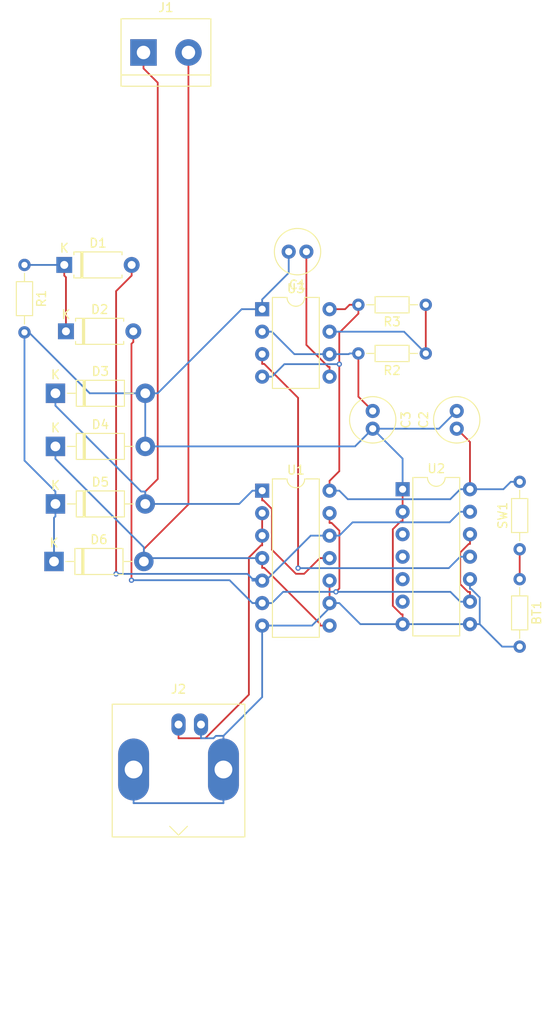
<source format=kicad_pcb>
(kicad_pcb (version 20240108) (generator "pcbnew") (generator_version "8.0")
  (layers (0 "F.Cu" signal) (31 "B.Cu" signal) (34 "B.Paste" user) (35 "F.Paste" user) (36 "B.SilkS" user "B.Silkscreen") (37 "F.SilkS" user "F.Silkscreen") (38 "B.Mask" user) (39 "F.Mask" user) (44 "Edge.Cuts" user))
  (net 0 "")
  (net 1 "Net-(BT1-+)")
  (net 2 "GNDREF")
  (net 3 "Net-(U3-CV)")
  (net 4 "VDD")
  (net 5 "Net-(U3-THR)")
  (net 6 "Net-(D1-A)")
  (net 7 "Net-(D1-K)")
  (net 8 "Net-(D2-A)")
  (net 9 "Net-(J2-In)")
  (net 10 "Net-(U3-DIS)")
  (net 13 "Net-(U2B-Cp)")
  (net 16 "Net-(D3-K)")
  (net 17 "Net-(D4-K)")
  (footprint "Diode_THT:D_A-405_P7.62mm_Horizontal" (layer "F.Cu") (at 57.5 53)
    (property "Reference" "D1" (at 3.81 -2.47 0) (layer "F.SilkS"))
    (property "Value" "LED")
    (fp_line (start 1.09 -1.47) (end 6.53 -1.47) (stroke (width 0.12)) (layer "F.SilkS"))
    (fp_line (start 1.09 -1.14) (end 1.09 -1.47) (stroke (width 0.12)) (layer "F.SilkS"))
    (fp_line (start 1.09 1.14) (end 1.09 1.47) (stroke (width 0.12)) (layer "F.SilkS"))
    (fp_line (start 1.09 1.47) (end 6.53 1.47) (stroke (width 0.12)) (layer "F.SilkS"))
    (fp_line (start 1.87 -1.47) (end 1.87 1.47) (stroke (width 0.12)) (layer "F.SilkS"))
    (fp_line (start 1.99 -1.47) (end 1.99 1.47) (stroke (width 0.12)) (layer "F.SilkS"))
    (fp_line (start 2.11 -1.47) (end 2.11 1.47) (stroke (width 0.12)) (layer "F.SilkS"))
    (fp_line (start 6.53 -1.47) (end 6.53 -1.14) (stroke (width 0.12)) (layer "F.SilkS"))
    (fp_line (start 6.53 1.47) (end 6.53 1.14) (stroke (width 0.12)) (layer "F.SilkS"))
    (fp_text user "K" (at 0 -1.9 0) (layer "F.SilkS"))
    (pad "1" thru_hole rect (at 0 0) (size 1.8 1.8) (drill 0.9) (layers "*.Cu" "*.Mask") (net 7 "Net-(D1-K)"))
    (pad "2" thru_hole oval (at 7.62 0) (size 1.8 1.8) (drill 0.9) (layers "*.Cu" "*.Mask") (net 6 "Net-(D1-A)"))
  )
  (footprint "Diode_THT:D_DO-41_SOD81_P10.16mm_Horizontal" (layer "F.Cu") (at 56.5 67.5)
    (property "Reference" "D3" (at 5.08 -2.47 0) (layer "F.SilkS"))
    (property "Value" "1N4007")
    (fp_line (start 1.34 0) (end 2.36 0) (stroke (width 0.12)) (layer "F.SilkS"))
    (fp_line (start 2.36 -1.47) (end 2.36 1.47) (stroke (width 0.12)) (layer "F.SilkS"))
    (fp_line (start 2.36 1.47) (end 7.8 1.47) (stroke (width 0.12)) (layer "F.SilkS"))
    (fp_line (start 3.14 -1.47) (end 3.14 1.47) (stroke (width 0.12)) (layer "F.SilkS"))
    (fp_line (start 3.26 -1.47) (end 3.26 1.47) (stroke (width 0.12)) (layer "F.SilkS"))
    (fp_line (start 3.38 -1.47) (end 3.38 1.47) (stroke (width 0.12)) (layer "F.SilkS"))
    (fp_line (start 7.8 -1.47) (end 2.36 -1.47) (stroke (width 0.12)) (layer "F.SilkS"))
    (fp_line (start 7.8 1.47) (end 7.8 -1.47) (stroke (width 0.12)) (layer "F.SilkS"))
    (fp_line (start 8.82 0) (end 7.8 0) (stroke (width 0.12)) (layer "F.SilkS"))
    (fp_text user "K" (at 0 -2.1 0) (layer "F.SilkS"))
    (pad "1" thru_hole rect (at 0 0) (size 2.2 2.2) (drill 1.1) (layers "*.Cu" "*.Mask") (net 16 "Net-(D3-K)"))
    (pad "2" thru_hole oval (at 10.16 0) (size 2.2 2.2) (drill 1.1) (layers "*.Cu" "*.Mask") (net 2 "GNDREF"))
  )
  (footprint "Diode_THT:D_DO-41_SOD81_P10.16mm_Horizontal" (layer "F.Cu") (at 56.34 86.5)
    (property "Reference" "D6" (at 5.08 -2.47 0) (layer "F.SilkS"))
    (property "Value" "1N4007")
    (fp_line (start 1.34 0) (end 2.36 0) (stroke (width 0.12)) (layer "F.SilkS"))
    (fp_line (start 2.36 -1.47) (end 2.36 1.47) (stroke (width 0.12)) (layer "F.SilkS"))
    (fp_line (start 2.36 1.47) (end 7.8 1.47) (stroke (width 0.12)) (layer "F.SilkS"))
    (fp_line (start 3.14 -1.47) (end 3.14 1.47) (stroke (width 0.12)) (layer "F.SilkS"))
    (fp_line (start 3.26 -1.47) (end 3.26 1.47) (stroke (width 0.12)) (layer "F.SilkS"))
    (fp_line (start 3.38 -1.47) (end 3.38 1.47) (stroke (width 0.12)) (layer "F.SilkS"))
    (fp_line (start 7.8 -1.47) (end 2.36 -1.47) (stroke (width 0.12)) (layer "F.SilkS"))
    (fp_line (start 7.8 1.47) (end 7.8 -1.47) (stroke (width 0.12)) (layer "F.SilkS"))
    (fp_line (start 8.82 0) (end 7.8 0) (stroke (width 0.12)) (layer "F.SilkS"))
    (fp_text user "K" (at 0 -2.1 0) (layer "F.SilkS"))
    (pad "1" thru_hole rect (at 0 0) (size 2.2 2.2) (drill 1.1) (layers "*.Cu" "*.Mask") (net 2 "GNDREF"))
    (pad "2" thru_hole oval (at 10.16 0) (size 2.2 2.2) (drill 1.1) (layers "*.Cu" "*.Mask") (net 17 "Net-(D4-K)"))
  )
  (footprint "Resistor_THT:R_Axial_DIN0204_L3.6mm_D1.6mm_P7.62mm_Horizontal" (layer "F.Cu") (at 53 53 -90)
    (property "Reference" "R1" (at 3.81 -1.92 90) (layer "F.SilkS"))
    (property "Value" "22K")
    (fp_line (start 1.89 0.92) (end 5.73 0.92) (stroke (width 0.12)) (layer "F.SilkS"))
    (fp_line (start 5.73 0.92) (end 5.73 -0.92) (stroke (width 0.12)) (layer "F.SilkS"))
    (fp_line (start 0.94 0) (end 1.89 0) (stroke (width 0.12)) (layer "F.SilkS"))
    (fp_line (start 6.68 0) (end 5.73 0) (stroke (width 0.12)) (layer "F.SilkS"))
    (fp_line (start 1.89 -0.92) (end 1.89 0.92) (stroke (width 0.12)) (layer "F.SilkS"))
    (fp_line (start 5.73 -0.92) (end 1.89 -0.92) (stroke (width 0.12)) (layer "F.SilkS"))
    (pad "1" thru_hole circle (at 0 0 270) (size 1.4 1.4) (drill 0.7) (layers "*.Cu" "*.Mask") (net 7 "Net-(D1-K)"))
    (pad "2" thru_hole oval (at 7.62 0 270) (size 1.4 1.4) (drill 0.7) (layers "*.Cu" "*.Mask") (net 2 "GNDREF"))
  )
  (footprint "Capacitor_THT:C_Radial_D5.0mm_H11.0mm_P2.00mm" (layer "F.Cu") (at 92.38 69.5 -90)
    (property "Reference" "C3" (at 1 -3.75 90) (layer "F.SilkS"))
    (property "Value" "22uF")
    (fp_circle (center 1 0) (end 3.62 0) (stroke (width 0.12)) (fill none) (layer "F.SilkS"))
    (pad "1" thru_hole circle (at 0 0 270) (size 1.6 1.6) (drill 0.8) (layers "*.Cu" "*.Mask") (net 5 "Net-(U3-THR)"))
    (pad "2" thru_hole circle (at 2 0 270) (size 1.6 1.6) (drill 0.8) (layers "*.Cu" "*.Mask") (net 2 "GNDREF"))
  )
  (footprint "Resistor_THT:R_Axial_DIN0204_L3.6mm_D1.6mm_P7.62mm_Horizontal" (layer "F.Cu") (at 98.38 57.5 180)
    (property "Reference" "R3" (at 3.81 -1.92 0) (layer "F.SilkS"))
    (property "Value" "180K")
    (fp_line (start 6.68 0) (end 5.73 0) (stroke (width 0.12)) (layer "F.SilkS"))
    (fp_line (start 5.73 0.92) (end 5.73 -0.92) (stroke (width 0.12)) (layer "F.SilkS"))
    (fp_line (start 5.73 -0.92) (end 1.89 -0.92) (stroke (width 0.12)) (layer "F.SilkS"))
    (fp_line (start 1.89 0.92) (end 5.73 0.92) (stroke (width 0.12)) (layer "F.SilkS"))
    (fp_line (start 1.89 -0.92) (end 1.89 0.92) (stroke (width 0.12)) (layer "F.SilkS"))
    (fp_line (start 0.94 0) (end 1.89 0) (stroke (width 0.12)) (layer "F.SilkS"))
    (pad "1" thru_hole circle (at 0 0 180) (size 1.4 1.4) (drill 0.7) (layers "*.Cu" "*.Mask") (net 10 "Net-(U3-DIS)"))
    (pad "2" thru_hole oval (at 7.62 0 180) (size 1.4 1.4) (drill 0.7) (layers "*.Cu" "*.Mask") (net 4 "VDD"))
  )
  (footprint "Package_DIP:DIP-14_W7.62mm" (layer "F.Cu") (at 79.88 78.5)
    (property "Reference" "U1" (at 3.81 -2.33 0) (layer "F.SilkS"))
    (property "Value" "CD74HC4066")
    (fp_line (start 1.16 -1.33) (end 1.16 16.57) (stroke (width 0.12)) (layer "F.SilkS"))
    (fp_line (start 1.16 16.57) (end 6.46 16.57) (stroke (width 0.12)) (layer "F.SilkS"))
    (fp_line (start 2.81 -1.33) (end 1.16 -1.33) (stroke (width 0.12)) (layer "F.SilkS"))
    (fp_line (start 6.46 -1.33) (end 4.81 -1.33) (stroke (width 0.12)) (layer "F.SilkS"))
    (fp_line (start 6.46 16.57) (end 6.46 -1.33) (stroke (width 0.12)) (layer "F.SilkS"))
    (fp_arc (start 4.81 -1.33) (mid 3.81 -0.33) (end 2.81 -1.33) (stroke (width 0.12)) (layer "F.SilkS"))
    (pad "1" thru_hole rect (at 0 0) (size 1.6 1.6) (drill 0.8) (layers "*.Cu" "*.Mask") (net 16 "Net-(D3-K)"))
    (pad "2" thru_hole oval (at 0 2.54) (size 1.6 1.6) (drill 0.8) (layers "*.Cu" "*.Mask") (net 9 "Net-(J2-In)"))
    (pad "3" thru_hole oval (at 0 5.08) (size 1.6 1.6) (drill 0.8) (layers "*.Cu" "*.Mask") (net 9 "Net-(J2-In)"))
    (pad "4" thru_hole oval (at 0 7.62) (size 1.6 1.6) (drill 0.8) (layers "*.Cu" "*.Mask") (net 17 "Net-(D4-K)"))
    (pad "5" thru_hole oval (at 0 10.16) (size 1.6 1.6) (drill 0.8) (layers "*.Cu" "*.Mask") (net 6 "Net-(D1-A)"))
    (pad "6" thru_hole oval (at 0 12.7) (size 1.6 1.6) (drill 0.8) (layers "*.Cu" "*.Mask") (net 8 "Net-(D2-A)"))
    (pad "7" thru_hole oval (at 0 15.24) (size 1.6 1.6) (drill 0.8) (layers "*.Cu" "*.Mask") (net 2 "GNDREF"))
    (pad "8" thru_hole oval (at 7.62 15.24) (size 1.6 1.6) (drill 0.8) (layers "*.Cu" "*.Mask") (net 17 "Net-(D4-K)"))
    (pad "9" thru_hole oval (at 7.62 12.7) (size 1.6 1.6) (drill 0.8) (layers "*.Cu" "*.Mask") (net 2 "GNDREF"))
    (pad "10" thru_hole oval (at 7.62 10.16) (size 1.6 1.6) (drill 0.8) (layers "*.Cu" "*.Mask") (net 2 "GNDREF"))
    (pad "11" thru_hole oval (at 7.62 7.62) (size 1.6 1.6) (drill 0.8) (layers "*.Cu" "*.Mask") (net 16 "Net-(D3-K)"))
    (pad "12" thru_hole oval (at 7.62 5.08) (size 1.6 1.6) (drill 0.8) (layers "*.Cu" "*.Mask") (net 6 "Net-(D1-A)"))
    (pad "13" thru_hole oval (at 7.62 2.54) (size 1.6 1.6) (drill 0.8) (layers "*.Cu" "*.Mask") (net 8 "Net-(D2-A)"))
    (pad "14" thru_hole oval (at 7.62 0) (size 1.6 1.6) (drill 0.8) (layers "*.Cu" "*.Mask") (net 4 "VDD"))
  )
  (footprint "Connector_Coaxial:BNC_Amphenol_B6252HB-NPP3G-50_Horizontal" (layer "F.Cu") (at 70.42 104.92 180)
    (property "Reference" "J2" (at 0 4 0) (layer "F.SilkS"))
    (property "Value" "BNC")
    (fp_line (start 7.5 2.3) (end -7.5 2.3) (stroke (width 0.12)) (layer "F.SilkS"))
    (fp_line (start 7.5 -12.7) (end 7.5 2.3) (stroke (width 0.12)) (layer "F.SilkS"))
    (fp_line (start 0 -12.5) (end 1 -11.5) (stroke (width 0.12)) (layer "F.SilkS"))
    (fp_line (start 0 -12.5) (end -1 -11.5) (stroke (width 0.12)) (layer "F.SilkS"))
    (fp_line (start -7.5 2.3) (end -7.5 -12.7) (stroke (width 0.12)) (layer "F.SilkS"))
    (fp_line (start -7.5 -12.7) (end 7.5 -12.7) (stroke (width 0.12)) (layer "F.SilkS"))
    (pad "1" thru_hole oval (at 0 0 180) (size 1.6 2.5) (drill 0.89) (layers "*.Cu" "*.Mask") (net 9 "Net-(J2-In)"))
    (pad "2" thru_hole oval (at -5.08 -5.08 180) (size 3.5 7) (drill 2.01) (layers "*.Cu" "*.Mask") (net 2 "GNDREF"))
    (pad "2" thru_hole oval (at -2.54 0 180) (size 1.6 2.5) (drill 0.89) (layers "*.Cu" "*.Mask") (net 2 "GNDREF"))
    (pad "2" thru_hole oval (at 5.08 -5.08 180) (size 3.5 7) (drill 2.01) (layers "*.Cu" "*.Mask") (net 2 "GNDREF"))
  )
  (footprint "Package_DIP:DIP-14_W7.62mm" (layer "F.Cu") (at 95.76 78.34)
    (property "Reference" "U2" (at 3.81 -2.33 0) (layer "F.SilkS"))
    (property "Value" "CD4013")
    (fp_line (start 1.16 -1.33) (end 1.16 16.57) (stroke (width 0.12)) (layer "F.SilkS"))
    (fp_line (start 1.16 16.57) (end 6.46 16.57) (stroke (width 0.12)) (layer "F.SilkS"))
    (fp_line (start 2.81 -1.33) (end 1.16 -1.33) (stroke (width 0.12)) (layer "F.SilkS"))
    (fp_line (start 6.46 -1.33) (end 4.81 -1.33) (stroke (width 0.12)) (layer "F.SilkS"))
    (fp_line (start 6.46 16.57) (end 6.46 -1.33) (stroke (width 0.12)) (layer "F.SilkS"))
    (fp_arc (start 4.81 -1.33) (mid 3.81 -0.33) (end 2.81 -1.33) (stroke (width 0.12)) (layer "F.SilkS"))
    (pad "1" thru_hole rect (at 0 0) (size 1.6 1.6) (drill 0.8) (layers "*.Cu" "*.Mask") (net 2 "GNDREF"))
    (pad "2" thru_hole oval (at 0 2.54) (size 1.6 1.6) (drill 0.8) (layers "*.Cu" "*.Mask") (net 2 "GNDREF"))
    (pad "3" thru_hole oval (at 0 5.08) (size 1.6 1.6) (drill 0.8) (layers "*.Cu" "*.Mask"))
    (pad "4" thru_hole oval (at 0 7.62) (size 1.6 1.6) (drill 0.8) (layers "*.Cu" "*.Mask"))
    (pad "5" thru_hole oval (at 0 10.16) (size 1.6 1.6) (drill 0.8) (layers "*.Cu" "*.Mask"))
    (pad "6" thru_hole oval (at 0 12.7) (size 1.6 1.6) (drill 0.8) (layers "*.Cu" "*.Mask"))
    (pad "7" thru_hole oval (at 0 15.24) (size 1.6 1.6) (drill 0.8) (layers "*.Cu" "*.Mask") (net 2 "GNDREF"))
    (pad "8" thru_hole oval (at 7.62 15.24) (size 1.6 1.6) (drill 0.8) (layers "*.Cu" "*.Mask") (net 2 "GNDREF"))
    (pad "9" thru_hole oval (at 7.62 12.7) (size 1.6 1.6) (drill 0.8) (layers "*.Cu" "*.Mask") (net 8 "Net-(D2-A)"))
    (pad "10" thru_hole oval (at 7.62 10.16) (size 1.6 1.6) (drill 0.8) (layers "*.Cu" "*.Mask") (net 2 "GNDREF"))
    (pad "11" thru_hole oval (at 7.62 7.62) (size 1.6 1.6) (drill 0.8) (layers "*.Cu" "*.Mask") (net 13 "Net-(U2B-Cp)"))
    (pad "12" thru_hole oval (at 7.62 5.08) (size 1.6 1.6) (drill 0.8) (layers "*.Cu" "*.Mask") (net 8 "Net-(D2-A)"))
    (pad "13" thru_hole oval (at 7.62 2.54) (size 1.6 1.6) (drill 0.8) (layers "*.Cu" "*.Mask") (net 6 "Net-(D1-A)"))
    (pad "14" thru_hole oval (at 7.62 0) (size 1.6 1.6) (drill 0.8) (layers "*.Cu" "*.Mask") (net 4 "VDD"))
  )
  (footprint "Capacitor_THT:C_Radial_D5.0mm_H11.0mm_P2.00mm" (layer "F.Cu") (at 101.88 71.5 90)
    (property "Reference" "C2" (at 1 -3.75 90) (layer "F.SilkS"))
    (property "Value" "22uF")
    (fp_circle (center 1 0) (end 3.62 0) (stroke (width 0.12)) (fill none) (layer "F.SilkS"))
    (pad "1" thru_hole circle (at 0 0 90) (size 1.6 1.6) (drill 0.8) (layers "*.Cu" "*.Mask") (net 4 "VDD"))
    (pad "2" thru_hole circle (at 2 0 90) (size 1.6 1.6) (drill 0.8) (layers "*.Cu" "*.Mask") (net 2 "GNDREF"))
  )
  (footprint "Resistor_THT:R_Axial_DIN0204_L3.6mm_D1.6mm_P7.62mm_Horizontal" (layer "F.Cu") (at 98.38 63 180)
    (property "Reference" "R2" (at 3.81 -1.92 0) (layer "F.SilkS"))
    (property "Value" "1K")
    (fp_line (start 6.68 0) (end 5.73 0) (stroke (width 0.12)) (layer "F.SilkS"))
    (fp_line (start 5.73 0.92) (end 5.73 -0.92) (stroke (width 0.12)) (layer "F.SilkS"))
    (fp_line (start 5.73 -0.92) (end 1.89 -0.92) (stroke (width 0.12)) (layer "F.SilkS"))
    (fp_line (start 1.89 0.92) (end 5.73 0.92) (stroke (width 0.12)) (layer "F.SilkS"))
    (fp_line (start 1.89 -0.92) (end 1.89 0.92) (stroke (width 0.12)) (layer "F.SilkS"))
    (fp_line (start 0.94 0) (end 1.89 0) (stroke (width 0.12)) (layer "F.SilkS"))
    (pad "1" thru_hole circle (at 0 0 180) (size 1.4 1.4) (drill 0.7) (layers "*.Cu" "*.Mask") (net 10 "Net-(U3-DIS)"))
    (pad "2" thru_hole oval (at 7.62 0 180) (size 1.4 1.4) (drill 0.7) (layers "*.Cu" "*.Mask") (net 5 "Net-(U3-THR)"))
  )
  (footprint "Diode_THT:D_DO-41_SOD81_P10.16mm_Horizontal" (layer "F.Cu") (at 56.5 80)
    (property "Reference" "D5" (at 5.08 -2.47 0) (layer "F.SilkS"))
    (property "Value" "1N4007")
    (fp_line (start 1.34 0) (end 2.36 0) (stroke (width 0.12)) (layer "F.SilkS"))
    (fp_line (start 2.36 -1.47) (end 2.36 1.47) (stroke (width 0.12)) (layer "F.SilkS"))
    (fp_line (start 2.36 1.47) (end 7.8 1.47) (stroke (width 0.12)) (layer "F.SilkS"))
    (fp_line (start 3.14 -1.47) (end 3.14 1.47) (stroke (width 0.12)) (layer "F.SilkS"))
    (fp_line (start 3.26 -1.47) (end 3.26 1.47) (stroke (width 0.12)) (layer "F.SilkS"))
    (fp_line (start 3.38 -1.47) (end 3.38 1.47) (stroke (width 0.12)) (layer "F.SilkS"))
    (fp_line (start 7.8 -1.47) (end 2.36 -1.47) (stroke (width 0.12)) (layer "F.SilkS"))
    (fp_line (start 7.8 1.47) (end 7.8 -1.47) (stroke (width 0.12)) (layer "F.SilkS"))
    (fp_line (start 8.82 0) (end 7.8 0) (stroke (width 0.12)) (layer "F.SilkS"))
    (fp_text user "K" (at 0 -2.1 0) (layer "F.SilkS"))
    (pad "1" thru_hole rect (at 0 0) (size 2.2 2.2) (drill 1.1) (layers "*.Cu" "*.Mask") (net 2 "GNDREF"))
    (pad "2" thru_hole oval (at 10.16 0) (size 2.2 2.2) (drill 1.1) (layers "*.Cu" "*.Mask") (net 16 "Net-(D3-K)"))
  )
  (footprint "TerminalBlock:TerminalBlock_bornier-2_P5.08mm" (layer "F.Cu") (at 66.46 29)
    (property "Reference" "J1" (at 2.54 -5.08 0) (layer "F.SilkS"))
    (property "Value" "Device Under Test")
    (fp_line (start -2.54 -3.81) (end -2.54 3.81) (stroke (width 0.12)) (layer "F.SilkS"))
    (fp_line (start -2.54 3.81) (end 7.62 3.81) (stroke (width 0.12)) (layer "F.SilkS"))
    (fp_line (start 7.62 -3.81) (end -2.54 -3.81) (stroke (width 0.12)) (layer "F.SilkS"))
    (fp_line (start 7.62 2.54) (end -2.54 2.54) (stroke (width 0.12)) (layer "F.SilkS"))
    (fp_line (start 7.62 3.81) (end 7.62 -3.81) (stroke (width 0.12)) (layer "F.SilkS"))
    (pad "1" thru_hole rect (at 0 0) (size 3 3) (drill 1.52) (layers "*.Cu" "*.Mask") (net 16 "Net-(D3-K)"))
    (pad "2" thru_hole circle (at 5.08 0) (size 3 3) (drill 1.52) (layers "*.Cu" "*.Mask") (net 17 "Net-(D4-K)"))
  )
  (footprint "Resistor_THT:R_Axial_DIN0204_L3.6mm_D1.6mm_P7.62mm_Horizontal" (layer "F.Cu") (at 109 88.5 -90)
    (property "Reference" "BT1" (at 3.81 -1.92 90) (layer "F.SilkS"))
    (property "Value" "9Vdc")
    (fp_line (start 1.89 0.92) (end 5.73 0.92) (stroke (width 0.12)) (layer "F.SilkS"))
    (fp_line (start 5.73 0.92) (end 5.73 -0.92) (stroke (width 0.12)) (layer "F.SilkS"))
    (fp_line (start 0.94 0) (end 1.89 0) (stroke (width 0.12)) (layer "F.SilkS"))
    (fp_line (start 6.68 0) (end 5.73 0) (stroke (width 0.12)) (layer "F.SilkS"))
    (fp_line (start 1.89 -0.92) (end 1.89 0.92) (stroke (width 0.12)) (layer "F.SilkS"))
    (fp_line (start 5.73 -0.92) (end 1.89 -0.92) (stroke (width 0.12)) (layer "F.SilkS"))
    (pad "1" thru_hole circle (at 0 0 270) (size 1.4 1.4) (drill 0.7) (layers "*.Cu" "*.Mask") (net 1 "Net-(BT1-+)"))
    (pad "2" thru_hole oval (at 7.62 0 270) (size 1.4 1.4) (drill 0.7) (layers "*.Cu" "*.Mask") (net 2 "GNDREF"))
  )
  (footprint "Diode_THT:D_DO-41_SOD81_P10.16mm_Horizontal" (layer "F.Cu") (at 56.5 73.5)
    (property "Reference" "D4" (at 5.08 -2.47 0) (layer "F.SilkS"))
    (property "Value" "1N4007")
    (fp_line (start 1.34 0) (end 2.36 0) (stroke (width 0.12)) (layer "F.SilkS"))
    (fp_line (start 2.36 -1.47) (end 2.36 1.47) (stroke (width 0.12)) (layer "F.SilkS"))
    (fp_line (start 2.36 1.47) (end 7.8 1.47) (stroke (width 0.12)) (layer "F.SilkS"))
    (fp_line (start 3.14 -1.47) (end 3.14 1.47) (stroke (width 0.12)) (layer "F.SilkS"))
    (fp_line (start 3.26 -1.47) (end 3.26 1.47) (stroke (width 0.12)) (layer "F.SilkS"))
    (fp_line (start 3.38 -1.47) (end 3.38 1.47) (stroke (width 0.12)) (layer "F.SilkS"))
    (fp_line (start 7.8 -1.47) (end 2.36 -1.47) (stroke (width 0.12)) (layer "F.SilkS"))
    (fp_line (start 7.8 1.47) (end 7.8 -1.47) (stroke (width 0.12)) (layer "F.SilkS"))
    (fp_line (start 8.82 0) (end 7.8 0) (stroke (width 0.12)) (layer "F.SilkS"))
    (fp_text user "K" (at 0 -2.1 0) (layer "F.SilkS"))
    (pad "1" thru_hole rect (at 0 0) (size 2.2 2.2) (drill 1.1) (layers "*.Cu" "*.Mask") (net 17 "Net-(D4-K)"))
    (pad "2" thru_hole oval (at 10.16 0) (size 2.2 2.2) (drill 1.1) (layers "*.Cu" "*.Mask") (net 2 "GNDREF"))
  )
  (footprint "Capacitor_THT:C_Radial_D5.0mm_H11.0mm_P2.00mm" (layer "F.Cu") (at 84.88 51.5 180)
    (property "Reference" "C1" (at 1 -3.75 0) (layer "F.SilkS"))
    (property "Value" ".01uF")
    (fp_circle (center 1 0) (end 3.62 0) (stroke (width 0.12)) (fill none) (layer "F.SilkS"))
    (pad "1" thru_hole circle (at 0 0 180) (size 1.6 1.6) (drill 0.8) (layers "*.Cu" "*.Mask") (net 3 "Net-(U3-CV)"))
    (pad "2" thru_hole circle (at 2 0 180) (size 1.6 1.6) (drill 0.8) (layers "*.Cu" "*.Mask") (net 2 "GNDREF"))
  )
  (footprint "Package_DIP:DIP-8_W7.62mm" (layer "F.Cu") (at 79.88 58)
    (property "Reference" "U3" (at 3.81 -2.33 0) (layer "F.SilkS"))
    (property "Value" "555")
    (fp_line (start 1.16 -1.33) (end 1.16 8.95) (stroke (width 0.12)) (layer "F.SilkS"))
    (fp_line (start 1.16 8.95) (end 6.46 8.95) (stroke (width 0.12)) (layer "F.SilkS"))
    (fp_line (start 2.81 -1.33) (end 1.16 -1.33) (stroke (width 0.12)) (layer "F.SilkS"))
    (fp_line (start 6.46 -1.33) (end 4.81 -1.33) (stroke (width 0.12)) (layer "F.SilkS"))
    (fp_line (start 6.46 8.95) (end 6.46 -1.33) (stroke (width 0.12)) (layer "F.SilkS"))
    (fp_arc (start 4.81 -1.33) (mid 3.81 -0.33) (end 2.81 -1.33) (stroke (width 0.12)) (layer "F.SilkS"))
    (pad "1" thru_hole rect (at 0 0) (size 1.6 1.6) (drill 0.8) (layers "*.Cu" "*.Mask") (net 2 "GNDREF"))
    (pad "2" thru_hole oval (at 0 2.54) (size 1.6 1.6) (drill 0.8) (layers "*.Cu" "*.Mask") (net 5 "Net-(U3-THR)"))
    (pad "3" thru_hole oval (at 0 5.08) (size 1.6 1.6) (drill 0.8) (layers "*.Cu" "*.Mask") (net 13 "Net-(U2B-Cp)"))
    (pad "4" thru_hole oval (at 0 7.62) (size 1.6 1.6) (drill 0.8) (layers "*.Cu" "*.Mask") (net 4 "VDD"))
    (pad "5" thru_hole oval (at 7.62 7.62) (size 1.6 1.6) (drill 0.8) (layers "*.Cu" "*.Mask") (net 3 "Net-(U3-CV)"))
    (pad "6" thru_hole oval (at 7.62 5.08) (size 1.6 1.6) (drill 0.8) (layers "*.Cu" "*.Mask") (net 5 "Net-(U3-THR)"))
    (pad "7" thru_hole oval (at 7.62 2.54) (size 1.6 1.6) (drill 0.8) (layers "*.Cu" "*.Mask") (net 10 "Net-(U3-DIS)"))
    (pad "8" thru_hole oval (at 7.62 0) (size 1.6 1.6) (drill 0.8) (layers "*.Cu" "*.Mask") (net 4 "VDD"))
  )
  (footprint "Diode_THT:D_A-405_P7.62mm_Horizontal" (layer "F.Cu") (at 57.69 60.5)
    (property "Reference" "D2" (at 3.81 -2.47 0) (layer "F.SilkS"))
    (property "Value" "LED")
    (fp_line (start 1.09 -1.47) (end 6.53 -1.47) (stroke (width 0.12)) (layer "F.SilkS"))
    (fp_line (start 1.09 -1.14) (end 1.09 -1.47) (stroke (width 0.12)) (layer "F.SilkS"))
    (fp_line (start 1.09 1.14) (end 1.09 1.47) (stroke (width 0.12)) (layer "F.SilkS"))
    (fp_line (start 1.09 1.47) (end 6.53 1.47) (stroke (width 0.12)) (layer "F.SilkS"))
    (fp_line (start 1.87 -1.47) (end 1.87 1.47) (stroke (width 0.12)) (layer "F.SilkS"))
    (fp_line (start 1.99 -1.47) (end 1.99 1.47) (stroke (width 0.12)) (layer "F.SilkS"))
    (fp_line (start 2.11 -1.47) (end 2.11 1.47) (stroke (width 0.12)) (layer "F.SilkS"))
    (fp_line (start 6.53 -1.47) (end 6.53 -1.14) (stroke (width 0.12)) (layer "F.SilkS"))
    (fp_line (start 6.53 1.47) (end 6.53 1.14) (stroke (width 0.12)) (layer "F.SilkS"))
    (fp_text user "K" (at 0 -1.9 0) (layer "F.SilkS"))
    (pad "1" thru_hole rect (at 0 0) (size 1.8 1.8) (drill 0.9) (layers "*.Cu" "*.Mask") (net 7 "Net-(D1-K)"))
    (pad "2" thru_hole oval (at 7.62 0) (size 1.8 1.8) (drill 0.9) (layers "*.Cu" "*.Mask") (net 8 "Net-(D2-A)"))
  )
  (footprint "Resistor_THT:R_Axial_DIN0204_L3.6mm_D1.6mm_P7.62mm_Horizontal" (layer "F.Cu") (at 109 85.12 90)
    (property "Reference" "SW1" (at 3.81 -1.92 90) (layer "F.SilkS"))
    (property "Value" "On/Off")
    (fp_line (start 5.73 -0.92) (end 1.89 -0.92) (stroke (width 0.12)) (layer "F.SilkS"))
    (fp_line (start 1.89 -0.92) (end 1.89 0.92) (stroke (width 0.12)) (layer "F.SilkS"))
    (fp_line (start 6.68 0) (end 5.73 0) (stroke (width 0.12)) (layer "F.SilkS"))
    (fp_line (start 0.94 0) (end 1.89 0) (stroke (width 0.12)) (layer "F.SilkS"))
    (fp_line (start 5.73 0.92) (end 5.73 -0.92) (stroke (width 0.12)) (layer "F.SilkS"))
    (fp_line (start 1.89 0.92) (end 5.73 0.92) (stroke (width 0.12)) (layer "F.SilkS"))
    (pad "1" thru_hole circle (at 0 0 90) (size 1.4 1.4) (drill 0.7) (layers "*.Cu" "*.Mask") (net 1 "Net-(BT1-+)"))
    (pad "2" thru_hole oval (at 7.62 0 90) (size 1.4 1.4) (drill 0.7) (layers "*.Cu" "*.Mask") (net 4 "VDD"))
  )
  (segment (start 109 88.5) (end 109 85.12) (width 0.2) (layer "F.Cu") (net 1))
  (segment (start 95.76 93.58) (end 95.76 92.4783) (width 0.2) (layer "F.Cu") (net 2))
  (segment (start 94.6547 91.5107) (end 94.6547 82.8587) (width 0.2) (layer "F.Cu") (net 2))
  (segment (start 95.76 80.88) (end 95.76 78.34) (width 0.2) (layer "F.Cu") (net 2))
  (segment (start 95.76 92.4783) (end 95.6223 92.4783) (width 0.2) (layer "F.Cu") (net 2))
  (segment (start 95.6223 92.4783) (end 94.6547 91.5107) (width 0.2) (layer "F.Cu") (net 2))
  (segment (start 95.5317 81.9817) (end 95.76 81.9817) (width 0.2) (layer "F.Cu") (net 2))
  (segment (start 94.6547 82.8587) (end 95.5317 81.9817) (width 0.2) (layer "F.Cu") (net 2))
  (segment (start 56.5 80.7008) (end 56.5 80) (width 0.2) (layer "F.Cu") (net 2))
  (segment (start 95.76 80.88) (end 95.76 81.9817) (width 0.2) (layer "F.Cu") (net 2))
  (segment (start 75.5 110) (end 75.5 106.1983) (width 0.2) (layer "F.Cu") (net 2))
  (segment (start 87.5 88.66) (end 87.5 91.2) (width 0.2) (layer "F.Cu") (net 2))
  (segment (start 72.96 106.4717) (end 74.3767 106.4717) (width 0.2) (layer "B.Cu") (net 2))
  (segment (start 53 75.0983) (end 53 60.62) (width 0.2) (layer "B.Cu") (net 2))
  (segment (start 75.5 110) (end 75.5 106.1983) (width 0.2) (layer "B.Cu") (net 2))
  (segment (start 56.5 78.5983) (end 53 75.0983) (width 0.2) (layer "B.Cu") (net 2))
  (segment (start 99.88 71.5) (end 92.38 71.5) (width 0.2) (layer "B.Cu") (net 2))
  (segment (start 65.34 113.8017) (end 75.5 113.8017) (width 0.2) (layer "B.Cu") (net 2))
  (segment (start 79.88 93.74) (end 79.88 101.8183) (width 0.2) (layer "B.Cu") (net 2))
  (segment (start 60.3809 67.5) (end 66.66 67.5) (width 0.2) (layer "B.Cu") (net 2))
  (segment (start 53 60.62) (end 53.5009 60.62) (width 0.2) (layer "B.Cu") (net 2))
  (segment (start 92.38 71.5) (end 90.38 73.5) (width 0.2) (layer "B.Cu") (net 2))
  (segment (start 104.4817 90.5656) (end 104.4817 93.58) (width 0.2) (layer "B.Cu") (net 2))
  (segment (start 72.96 104.92) (end 72.96 106.4717) (width 0.2) (layer "B.Cu") (net 2))
  (segment (start 65.34 110) (end 65.34 113.8017) (width 0.2) (layer "B.Cu") (net 2))
  (segment (start 74.3767 106.4717) (end 74.6501 106.1983) (width 0.2) (layer "B.Cu") (net 2))
  (segment (start 103.38 89.6017) (end 103.5178 89.6017) (width 0.2) (layer "B.Cu") (net 2))
  (segment (start 77.5617 58) (end 68.0617 67.5) (width 0.2) (layer "B.Cu") (net 2))
  (segment (start 109 96.12) (end 107.0217 96.12) (width 0.2) (layer "B.Cu") (net 2))
  (segment (start 88.0509 91.2) (end 88.6017 91.2) (width 0.2) (layer "B.Cu") (net 2))
  (segment (start 56.5 80.7008) (end 56.5 81.4017) (width 0.2) (layer "B.Cu") (net 2))
  (segment (start 66.66 73.5) (end 66.66 67.5) (width 0.2) (layer "B.Cu") (net 2))
  (segment (start 56.5 80) (end 56.5 78.5983) (width 0.2) (layer "B.Cu") (net 2))
  (segment (start 79.88 58) (end 77.5617 58) (width 0.2) (layer "B.Cu") (net 2))
  (segment (start 103.38 93.58) (end 95.76 93.58) (width 0.2) (layer "B.Cu") (net 2))
  (segment (start 103.9309 93.58) (end 103.38 93.58) (width 0.2) (layer "B.Cu") (net 2))
  (segment (start 103.38 88.5) (end 103.38 89.6017) (width 0.2) (layer "B.Cu") (net 2))
  (segment (start 56.34 81.5617) (end 56.34 86.5) (width 0.2) (layer "B.Cu") (net 2))
  (segment (start 103.5178 89.6017) (end 104.4817 90.5656) (width 0.2) (layer "B.Cu") (net 2))
  (segment (start 66.66 67.5) (end 68.0617 67.5) (width 0.2) (layer "B.Cu") (net 2))
  (segment (start 95.76 74.88) (end 92.38 71.5) (width 0.2) (layer "B.Cu") (net 2))
  (segment (start 75.5 110) (end 75.5 113.8017) (width 0.2) (layer "B.Cu") (net 2))
  (segment (start 53.5009 60.62) (end 60.3809 67.5) (width 0.2) (layer "B.Cu") (net 2))
  (segment (start 95.76 78.34) (end 95.76 74.88) (width 0.2) (layer "B.Cu") (net 2))
  (segment (start 79.88 56.8983) (end 82.88 53.8983) (width 0.2) (layer "B.Cu") (net 2))
  (segment (start 88.0509 91.2) (end 85.5109 93.74) (width 0.2) (layer "B.Cu") (net 2))
  (segment (start 85.5109 93.74) (end 79.88 93.74) (width 0.2) (layer "B.Cu") (net 2))
  (segment (start 56.5 81.4017) (end 56.34 81.5617) (width 0.2) (layer "B.Cu") (net 2))
  (segment (start 79.88 58) (end 79.88 56.8983) (width 0.2) (layer "B.Cu") (net 2))
  (segment (start 90.38 73.5) (end 66.66 73.5) (width 0.2) (layer "B.Cu") (net 2))
  (segment (start 87.5 91.2) (end 88.0509 91.2) (width 0.2) (layer "B.Cu") (net 2))
  (segment (start 95.76 93.58) (end 90.9817 93.58) (width 0.2) (layer "B.Cu") (net 2))
  (segment (start 101.88 69.5) (end 99.88 71.5) (width 0.2) (layer "B.Cu") (net 2))
  (segment (start 107.0217 96.12) (end 104.4817 93.58) (width 0.2) (layer "B.Cu") (net 2))
  (segment (start 74.6501 106.1983) (end 75.5 106.1983) (width 0.2) (layer "B.Cu") (net 2))
  (segment (start 90.9817 93.58) (end 88.6017 91.2) (width 0.2) (layer "B.Cu") (net 2))
  (segment (start 79.88 101.8183) (end 75.5 106.1983) (width 0.2) (layer "B.Cu") (net 2))
  (segment (start 82.88 53.8983) (end 82.88 51.5) (width 0.2) (layer "B.Cu") (net 2))
  (segment (start 103.9309 93.58) (end 104.4817 93.58) (width 0.2) (layer "B.Cu") (net 2))
  (segment (start 87.5 64.5183) (end 87.3623 64.5183) (width 0.2) (layer "F.Cu") (net 3))
  (segment (start 87.3623 64.5183) (end 84.88 62.036) (width 0.2) (layer "F.Cu") (net 3))
  (segment (start 87.5 65.62) (end 87.5 64.5183) (width 0.2) (layer "F.Cu") (net 3))
  (segment (start 84.88 62.036) (end 84.88 51.5) (width 0.2) (layer "F.Cu") (net 3))
  (segment (start 87.5 58) (end 89.2583 58) (width 0.2) (layer "F.Cu") (net 4))
  (segment (start 89.2583 58) (end 89.7583 57.5) (width 0.2) (layer "F.Cu") (net 4))
  (segment (start 88.6017 64.2097) (end 88.6017 60.66) (width 0.2) (layer "F.Cu") (net 4))
  (segment (start 87.5 77.3983) (end 88.6017 76.2966) (width 0.2) (layer "F.Cu") (net 4))
  (segment (start 87.5 78.5) (end 87.5 77.3983) (width 0.2) (layer "F.Cu") (net 4))
  (segment (start 88.6017 60.66) (end 90.76 58.5017) (width 0.2) (layer "F.Cu") (net 4))
  (segment (start 90.76 57.5) (end 90.76 58.5017) (width 0.2) (layer "F.Cu") (net 4))
  (segment (start 101.88 71.5) (end 103.38 73) (width 0.2) (layer "F.Cu") (net 4))
  (segment (start 103.38 73) (end 103.38 78.34) (width 0.2) (layer "F.Cu") (net 4))
  (segment (start 90.76 57.5) (end 89.7583 57.5) (width 0.2) (layer "F.Cu") (net 4))
  (segment (start 88.6017 76.2966) (end 88.6017 64.2097) (width 0.2) (layer "F.Cu") (net 4))
  (via (at 88.6017 64.2097) (size 0.6) (drill 0.3) (layers "F.Cu" "B.Cu") (net 4))
  (segment (start 103.38 78.34) (end 107.1583 78.34) (width 0.2) (layer "B.Cu") (net 4))
  (segment (start 79.88 65.62) (end 80.9817 65.62) (width 0.2) (layer "B.Cu") (net 4))
  (segment (start 101.1499 79.4684) (end 102.2783 78.34) (width 0.2) (layer "B.Cu") (net 4))
  (segment (start 82.392 64.2097) (end 80.9817 65.62) (width 0.2) (layer "B.Cu") (net 4))
  (segment (start 88.6017 64.2097) (end 82.392 64.2097) (width 0.2) (layer "B.Cu") (net 4))
  (segment (start 89.5701 79.4684) (end 101.1499 79.4684) (width 0.2) (layer "B.Cu") (net 4))
  (segment (start 109 77.5) (end 107.9983 77.5) (width 0.2) (layer "B.Cu") (net 4))
  (segment (start 107.1583 78.34) (end 107.9983 77.5) (width 0.2) (layer "B.Cu") (net 4))
  (segment (start 103.38 78.34) (end 102.2783 78.34) (width 0.2) (layer "B.Cu") (net 4))
  (segment (start 87.5 78.5) (end 88.6017 78.5) (width 0.2) (layer "B.Cu") (net 4))
  (segment (start 88.6017 78.5) (end 89.5701 79.4684) (width 0.2) (layer "B.Cu") (net 4))
  (segment (start 90.76 63) (end 90.76 67.88) (width 0.2) (layer "F.Cu") (net 5))
  (segment (start 90.76 67.88) (end 92.38 69.5) (width 0.2) (layer "F.Cu") (net 5))
  (segment (start 80.9817 60.54) (end 83.5217 63.08) (width 0.2) (layer "B.Cu") (net 5))
  (segment (start 79.88 60.54) (end 80.9817 60.54) (width 0.2) (layer "B.Cu") (net 5))
  (segment (start 83.5217 63.08) (end 87.5 63.08) (width 0.2) (layer "B.Cu") (net 5))
  (segment (start 90.76 63) (end 89.7583 63) (width 0.2) (layer "B.Cu") (net 5))
  (segment (start 87.5 63.08) (end 89.6783 63.08) (width 0.2) (layer "B.Cu") (net 5))
  (segment (start 89.6783 63.08) (end 89.7583 63) (width 0.2) (layer "B.Cu") (net 5))
  (segment (start 63.3614 55.9603) (end 63.3614 87.9017) (width 0.2) (layer "F.Cu") (net 6))
  (segment (start 65.12 54.2017) (end 63.3614 55.9603) (width 0.2) (layer "F.Cu") (net 6))
  (segment (start 65.12 53) (end 65.12 54.2017) (width 0.2) (layer "F.Cu") (net 6))
  (via (at 63.3614 87.9017) (size 0.6) (drill 0.3) (layers "F.Cu" "B.Cu") (net 6))
  (segment (start 103.38 80.88) (end 102.2783 80.88) (width 0.2) (layer "B.Cu") (net 6))
  (segment (start 87.5 83.58) (end 88.6017 83.58) (width 0.2) (layer "B.Cu") (net 6))
  (segment (start 80.4875 88.4631) (end 85.3706 83.58) (width 0.2) (layer "B.Cu") (net 6))
  (segment (start 88.6017 83.58) (end 90.1036 82.0781) (width 0.2) (layer "B.Cu") (net 6))
  (segment (start 78.7783 88.4631) (end 80.4875 88.4631) (width 0.2) (layer "B.Cu") (net 6))
  (segment (start 78.2169 87.9017) (end 63.3614 87.9017) (width 0.2) (layer "B.Cu") (net 6))
  (segment (start 79.88 88.66) (end 78.7783 88.66) (width 0.2) (layer "B.Cu") (net 6))
  (segment (start 90.1036 82.0781) (end 101.0802 82.0781) (width 0.2) (layer "B.Cu") (net 6))
  (segment (start 78.7783 88.66) (end 78.7783 88.4631) (width 0.2) (layer "B.Cu") (net 6))
  (segment (start 78.7783 88.4631) (end 78.2169 87.9017) (width 0.2) (layer "B.Cu") (net 6))
  (segment (start 85.3706 83.58) (end 87.5 83.58) (width 0.2) (layer "B.Cu") (net 6))
  (segment (start 101.0802 82.0781) (end 102.2783 80.88) (width 0.2) (layer "B.Cu") (net 6))
  (segment (start 57.69 60.5) (end 57.69 54.3917) (width 0.2) (layer "F.Cu") (net 7))
  (segment (start 57.5 53) (end 57.5 54.2017) (width 0.2) (layer "F.Cu") (net 7))
  (segment (start 57.69 54.3917) (end 57.5 54.2017) (width 0.2) (layer "F.Cu") (net 7))
  (segment (start 53 53) (end 57.5 53) (width 0.2) (layer "B.Cu") (net 7))
  (segment (start 88.6143 89.5371) (end 88.6143 83.0277) (width 0.2) (layer "F.Cu") (net 8))
  (segment (start 103.38 83.42) (end 103.38 84.5217) (width 0.2) (layer "F.Cu") (net 8))
  (segment (start 65.31 61.7017) (end 65.0983 61.9134) (width 0.2) (layer "F.Cu") (net 8))
  (segment (start 103.38 91.04) (end 103.38 89.9383) (width 0.2) (layer "F.Cu") (net 8))
  (segment (start 65.31 60.5) (end 65.31 61.7017) (width 0.2) (layer "F.Cu") (net 8))
  (segment (start 88.6143 83.0277) (end 87.7283 82.1417) (width 0.2) (layer "F.Cu") (net 8))
  (segment (start 103.38 84.5217) (end 103.2423 84.5217) (width 0.2) (layer "F.Cu") (net 8))
  (segment (start 87.5 81.04) (end 87.5 82.1417) (width 0.2) (layer "F.Cu") (net 8))
  (segment (start 103.2423 84.5217) (end 102.2747 85.4893) (width 0.2) (layer "F.Cu") (net 8))
  (segment (start 102.2747 89.0613) (end 103.1517 89.9383) (width 0.2) (layer "F.Cu") (net 8))
  (segment (start 102.2747 85.4893) (end 102.2747 89.0613) (width 0.2) (layer "F.Cu") (net 8))
  (segment (start 87.7283 82.1417) (end 87.5 82.1417) (width 0.2) (layer "F.Cu") (net 8))
  (segment (start 65.0983 61.9134) (end 65.0983 88.6172) (width 0.2) (layer "F.Cu") (net 8))
  (segment (start 103.1517 89.9383) (end 103.38 89.9383) (width 0.2) (layer "F.Cu") (net 8))
  (segment (start 88.2214 89.93) (end 88.6143 89.5371) (width 0.2) (layer "F.Cu") (net 8))
  (via (at 88.2214 89.93) (size 0.6) (drill 0.3) (layers "F.Cu" "B.Cu") (net 8))
  (via (at 65.0983 88.6172) (size 0.6) (drill 0.3) (layers "F.Cu" "B.Cu") (net 8))
  (segment (start 82.2517 89.93) (end 88.2214 89.93) (width 0.2) (layer "B.Cu") (net 8))
  (segment (start 65.0983 88.6172) (end 76.1955 88.6172) (width 0.2) (layer "B.Cu") (net 8))
  (segment (start 88.2214 89.93) (end 101.1683 89.93) (width 0.2) (layer "B.Cu") (net 8))
  (segment (start 79.88 91.2) (end 80.9817 91.2) (width 0.2) (layer "B.Cu") (net 8))
  (segment (start 103.38 91.04) (end 102.2783 91.04) (width 0.2) (layer "B.Cu") (net 8))
  (segment (start 76.1955 88.6172) (end 78.7783 91.2) (width 0.2) (layer "B.Cu") (net 8))
  (segment (start 80.9817 91.2) (end 82.2517 89.93) (width 0.2) (layer "B.Cu") (net 8))
  (segment (start 101.1683 89.93) (end 102.2783 91.04) (width 0.2) (layer "B.Cu") (net 8))
  (segment (start 79.88 91.2) (end 78.7783 91.2) (width 0.2) (layer "B.Cu") (net 8))
  (segment (start 73.4495 106.4717) (end 70.42 106.4717) (width 0.2) (layer "F.Cu") (net 9))
  (segment (start 78.3767 86.0472) (end 78.3767 101.5445) (width 0.2) (layer "F.Cu") (net 9))
  (segment (start 78.3767 101.5445) (end 73.4495 106.4717) (width 0.2) (layer "F.Cu") (net 9))
  (segment (start 79.88 81.04) (end 79.88 83.58) (width 0.2) (layer "F.Cu") (net 9))
  (segment (start 70.42 104.92) (end 70.42 106.4717) (width 0.2) (layer "F.Cu") (net 9))
  (segment (start 79.7422 84.6817) (end 78.3767 86.0472) (width 0.2) (layer "F.Cu") (net 9))
  (segment (start 79.88 84.6817) (end 79.7422 84.6817) (width 0.2) (layer "F.Cu") (net 9))
  (segment (start 79.88 83.58) (end 79.88 84.6817) (width 0.2) (layer "F.Cu") (net 9))
  (segment (start 98.38 63) (end 98.38 57.5) (width 0.2) (layer "F.Cu") (net 10))
  (segment (start 95.92 60.54) (end 98.38 63) (width 0.2) (layer "B.Cu") (net 10))
  (segment (start 87.5 60.54) (end 95.92 60.54) (width 0.2) (layer "B.Cu") (net 10))
  (segment (start 83.9407 68.0141) (end 83.9407 87.2534) (width 0.2) (layer "F.Cu") (net 13))
  (segment (start 79.88 64.1817) (end 80.1083 64.1817) (width 0.2) (layer "F.Cu") (net 13))
  (segment (start 80.1083 64.1817) (end 83.9407 68.0141) (width 0.2) (layer "F.Cu") (net 13))
  (segment (start 79.88 63.08) (end 79.88 64.1817) (width 0.2) (layer "F.Cu") (net 13))
  (via (at 83.9407 87.2534) (size 0.6) (drill 0.3) (layers "F.Cu" "B.Cu") (net 13))
  (segment (start 102.2783 85.96) (end 100.9849 87.2534) (width 0.2) (layer "B.Cu") (net 13))
  (segment (start 103.38 85.96) (end 102.2783 85.96) (width 0.2) (layer "B.Cu") (net 13))
  (segment (start 100.9849 87.2534) (end 83.9407 87.2534) (width 0.2) (layer "B.Cu") (net 13))
  (segment (start 66.46 29) (end 66.46 30.8017) (width 0.2) (layer "F.Cu") (net 16))
  (segment (start 84.6284 87.8899) (end 86.3983 86.12) (width 0.2) (layer "F.Cu") (net 16))
  (segment (start 68.0674 32.4091) (end 68.0674 77.1909) (width 0.2) (layer "F.Cu") (net 16))
  (segment (start 79.88 79.6017) (end 80.0178 79.6017) (width 0.2) (layer "F.Cu") (net 16))
  (segment (start 80.9817 80.5656) (end 80.9817 85.1772) (width 0.2) (layer "F.Cu") (net 16))
  (segment (start 87.5 86.12) (end 86.3983 86.12) (width 0.2) (layer "F.Cu") (net 16))
  (segment (start 80.0178 79.6017) (end 80.9817 80.5656) (width 0.2) (layer "F.Cu") (net 16))
  (segment (start 79.88 78.5) (end 79.88 79.6017) (width 0.2) (layer "F.Cu") (net 16))
  (segment (start 68.0674 77.1909) (end 66.66 78.5983) (width 0.2) (layer "F.Cu") (net 16))
  (segment (start 66.66 80) (end 66.66 78.5983) (width 0.2) (layer "F.Cu") (net 16))
  (segment (start 80.9817 85.1772) (end 83.6944 87.8899) (width 0.2) (layer "F.Cu") (net 16))
  (segment (start 66.46 30.8017) (end 68.0674 32.4091) (width 0.2) (layer "F.Cu") (net 16))
  (segment (start 83.6944 87.8899) (end 84.6284 87.8899) (width 0.2) (layer "F.Cu") (net 16))
  (segment (start 56.5 68.9017) (end 66.1966 78.5983) (width 0.2) (layer "B.Cu") (net 16))
  (segment (start 56.5 67.5) (end 56.5 68.9017) (width 0.2) (layer "B.Cu") (net 16))
  (segment (start 77.2783 80) (end 78.7783 78.5) (width 0.2) (layer "B.Cu") (net 16))
  (segment (start 66.66 80) (end 66.66 78.5983) (width 0.2) (layer "B.Cu") (net 16))
  (segment (start 66.1966 78.5983) (end 66.66 78.5983) (width 0.2) (layer "B.Cu") (net 16))
  (segment (start 79.88 78.5) (end 78.7783 78.5) (width 0.2) (layer "B.Cu") (net 16))
  (segment (start 66.66 80) (end 77.2783 80) (width 0.2) (layer "B.Cu") (net 16))
  (segment (start 71.54 29) (end 71.54 80.0583) (width 0.2) (layer "F.Cu") (net 17))
  (segment (start 71.54 80.0583) (end 66.5 85.0983) (width 0.2) (layer "F.Cu") (net 17))
  (segment (start 79.88 86.12) (end 79.88 87.2217) (width 0.2) (layer "F.Cu") (net 17))
  (segment (start 87.5 93.74) (end 86.3983 93.74) (width 0.2) (layer "F.Cu") (net 17))
  (segment (start 86.3983 93.74) (end 86.3983 93.5117) (width 0.2) (layer "F.Cu") (net 17))
  (segment (start 86.3983 93.5117) (end 80.1083 87.2217) (width 0.2) (layer "F.Cu") (net 17))
  (segment (start 80.1083 87.2217) (end 79.88 87.2217) (width 0.2) (layer "F.Cu") (net 17))
  (segment (start 66.5 86.5) (end 66.5 85.0983) (width 0.2) (layer "F.Cu") (net 17))
  (segment (start 79.88 86.12) (end 66.5 86.12) (width 0.2) (layer "B.Cu") (net 17))
  (segment (start 56.5 74.9017) (end 66.5 84.9017) (width 0.2) (layer "B.Cu") (net 17))
  (segment (start 56.5 73.5) (end 56.5 74.9017) (width 0.2) (layer "B.Cu") (net 17))
  (segment (start 66.5 84.9017) (end 66.5 86.12) (width 0.2) (layer "B.Cu") (net 17))
  (segment (start 66.5 86.12) (end 66.5 86.5) (width 0.2) (layer "B.Cu") (net 17))
)
</source>
